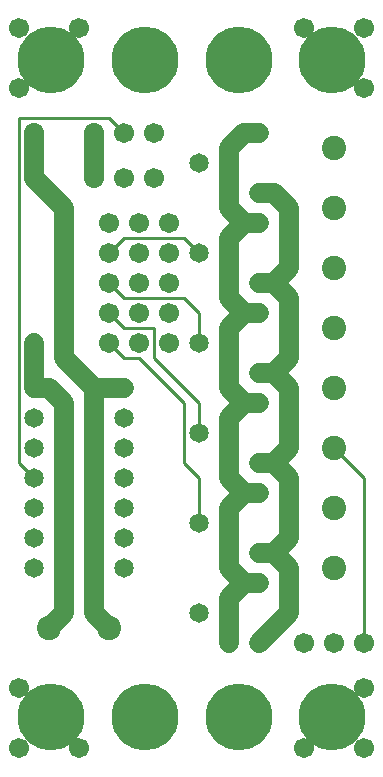
<source format=gtl>
%MOIN*%
%FSLAX25Y25*%
G04 D10 used for Character Trace; *
G04     Circle (OD=.01000) (No hole)*
G04 D11 used for Power Trace; *
G04     Circle (OD=.06700) (No hole)*
G04 D12 used for Signal Trace; *
G04     Circle (OD=.01100) (No hole)*
G04 D13 used for Via; *
G04     Circle (OD=.05800) (Round. Hole ID=.02800)*
G04 D14 used for Component hole; *
G04     Circle (OD=.06500) (Round. Hole ID=.03500)*
G04 D15 used for Component hole; *
G04     Circle (OD=.06700) (Round. Hole ID=.04300)*
G04 D16 used for Component hole; *
G04     Circle (OD=.08100) (Round. Hole ID=.05100)*
G04 D17 used for Component hole; *
G04     Circle (OD=.08900) (Round. Hole ID=.05900)*
G04 D18 used for Component hole; *
G04     Circle (OD=.11300) (Round. Hole ID=.08300)*
G04 D19 used for Component hole; *
G04     Circle (OD=.16000) (Round. Hole ID=.13000)*
G04 D20 used for Component hole; *
G04     Circle (OD=.18300) (Round. Hole ID=.15300)*
G04 D21 used for Component hole; *
G04     Circle (OD=.22291) (Round. Hole ID=.19291)*
%ADD10C,.01000*%
%ADD11C,.06700*%
%ADD12C,.01100*%
%ADD13C,.05800*%
%ADD14C,.06500*%
%ADD15C,.06700*%
%ADD16C,.08100*%
%ADD17C,.08900*%
%ADD18C,.11300*%
%ADD19C,.16000*%
%ADD20C,.18300*%
%ADD21C,.22291*%
%IPPOS*%
%LPD*%
G90*X0Y0D02*D15*X5000Y5000D03*D21*X15625Y15625D03*
D15*X5000Y25000D03*X25000Y5000D03*D16*            
X35000Y45000D03*D11*X30000Y50000D01*Y125000D01*   
X40000D01*D14*D03*D12*X65000Y120000D02*           
X50000Y135000D01*X65000Y110000D02*Y120000D01*D14* 
Y110000D03*D12*Y95000D02*X60000Y100000D01*        
X65000Y80000D02*Y95000D01*D14*Y80000D03*D11*      
X75000Y65000D02*Y85000D01*X80000Y60000D02*        
X75000Y65000D01*Y55000D02*X80000Y60000D01*        
X75000Y40000D02*Y55000D01*D13*Y40000D03*D14*      
X65000Y50000D03*X85000Y40000D03*D11*              
X95000Y50000D01*Y65000D01*X90000Y70000D01*        
X85000D01*D14*D03*D11*X90000D02*X95000Y75000D01*  
Y95000D01*X90000Y100000D01*X85000D01*D14*D03*D11* 
X90000D02*X95000Y105000D01*Y125000D01*            
X90000Y130000D01*X85000D01*D14*D03*D11*X90000D02* 
X95000Y135000D01*Y155000D01*X90000Y160000D01*     
X85000D01*D14*D03*D11*X90000D02*X95000Y165000D01* 
Y185000D01*X90000Y190000D01*X85000D01*D14*D03*D11*
X75000Y175000D02*X80000Y180000D01*                
X75000Y155000D02*Y175000D01*X80000Y150000D02*     
X75000Y155000D01*Y145000D02*X80000Y150000D01*     
X75000Y125000D02*Y145000D01*X80000Y120000D02*     
X75000Y125000D01*Y115000D02*X80000Y120000D01*     
X75000Y95000D02*Y115000D01*X80000Y90000D02*       
X75000Y95000D01*Y85000D02*X80000Y90000D01*        
X85000D01*D14*D03*D16*X110000Y65000D03*D12*       
X60000Y100000D02*Y120000D01*X45000Y135000D01*     
X40000D01*X35000Y140000D01*D15*D03*D12*           
X40000Y145000D02*X50000D01*Y135000D01*D15*        
X55000Y140000D03*X45000D03*D12*X40000Y145000D02*  
X35000Y150000D01*D15*D03*D12*X40000Y155000D02*    
X60000D01*X65000Y150000D01*Y140000D01*D14*D03*D15*
X55000Y150000D03*D11*X80000D02*X85000D01*D14*D03* 
X65000Y170000D03*D12*X60000Y175000D01*X40000D01*  
X35000Y170000D01*D15*D03*X45000Y160000D03*        
Y180000D03*Y170000D03*X35000Y180000D03*Y160000D03*
D12*X40000Y155000D01*D15*X45000Y150000D03*        
X55000Y170000D03*Y160000D03*D11*X30000Y125000D02* 
X20000Y135000D01*D14*X40000Y115000D03*D11*        
X20000Y135000D02*Y140000D01*D14*D03*D11*          
Y185000D01*X10000Y195000D01*D15*D03*D11*          
Y210000D01*D15*D03*D12*X5000Y100000D02*Y215000D01*
X10000Y95000D02*X5000Y100000D01*D14*              
X10000Y95000D03*Y105000D03*Y85000D03*Y115000D03*  
Y75000D03*D11*X20000Y50000D02*Y120000D01*         
X15000Y45000D02*X20000Y50000D01*D16*              
X15000Y45000D03*D14*X10000Y65000D03*X40000D03*D21*
X46875Y15625D03*D14*X40000Y75000D03*Y85000D03*    
Y95000D03*Y105000D03*D21*X78125Y15625D03*D11*     
X80000Y60000D02*X85000D01*D14*D03*D15*            
X100000Y40000D03*D16*X110000Y85000D03*D15*        
Y40000D03*X120000Y25000D03*D12*Y40000D02*         
Y95000D01*D15*Y40000D03*D21*X109375Y15625D03*D15* 
X100000Y5000D03*X120000D03*D12*Y95000D02*         
X110000Y105000D01*D16*D03*Y125000D03*D14*         
X85000Y120000D03*D11*X80000D01*D16*               
X110000Y145000D03*Y165000D03*D14*X85000Y180000D03*
D11*X80000D01*X75000Y185000D01*Y205000D01*        
X80000Y210000D01*X85000D01*D14*D03*               
X65000Y200000D03*D16*X110000Y185000D03*D21*       
X109375Y234375D03*D16*X110000Y205000D03*D21*      
X78125Y234375D03*D15*X55000Y180000D03*            
X120000Y245000D03*X100000D03*X50000Y210000D03*    
X120000Y225000D03*X50000Y195000D03*D21*           
X46875Y234375D03*D15*X40000Y210000D03*D12*        
X35000Y215000D01*X5000D01*D15*Y225000D03*D21*     
X15625Y234375D03*D15*X30000Y195000D03*D11*        
Y210000D01*D15*D03*X40000Y195000D03*              
X25000Y245000D03*X5000D03*D14*X10000Y140000D03*   
D11*Y125000D01*D14*D03*D11*X15000D01*             
X20000Y120000D01*M02*                             

</source>
